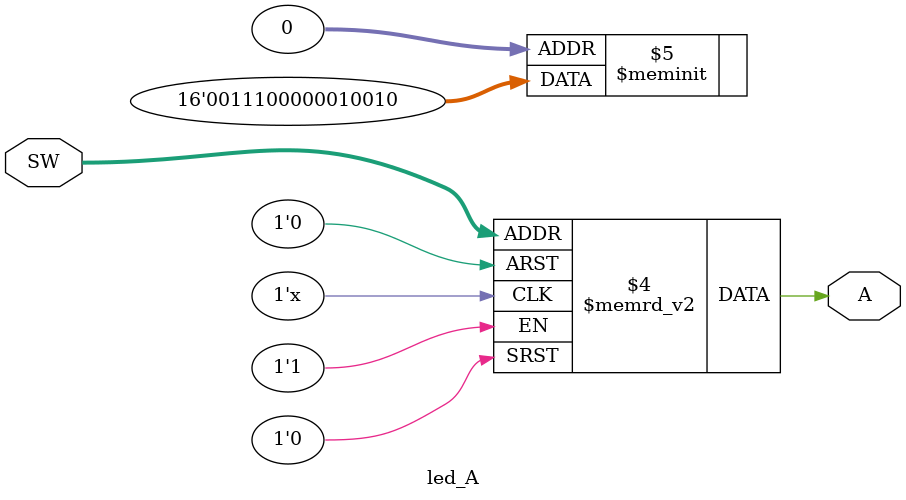
<source format=v>
module led_A (input [0:3] SW,
              output reg A);
always @ (*) begin
	case(SW)
    0: A=~1;
	1: A=~0;
	2: A=~1;
	3: A=~1;
	4: A=~0;
	5: A=~1;
	6: A=~1;
	7: A=~1;
	8: A=~1;
	9: A=~1;
	10: A=~1;
	11: A=~0;
	12: A=~0;
	13: A=~0;
	14: A=~1;
	15: A=~1;
	endcase
end            
endmodule
</source>
